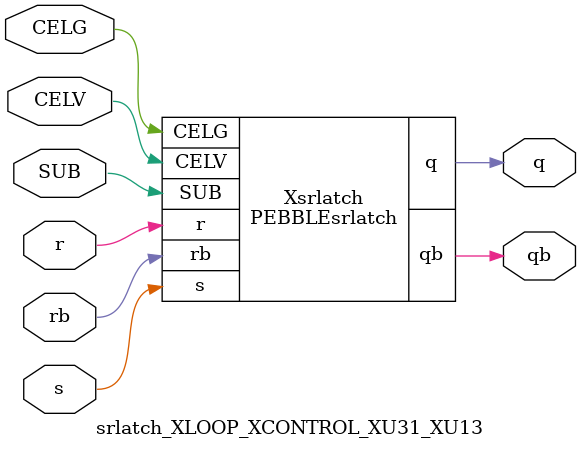
<source format=v>



module PEBBLEsrlatch ( q, qb, CELG, CELV, SUB, r, rb, s );

  input CELV;
  input s;
  output q;
  input rb;
  input r;
  input SUB;
  input CELG;
  output qb;
endmodule

//Celera Confidential Do Not Copy srlatch_XLOOP_XCONTROL_XU31_XU13
//Celera Confidential Symbol Generator
//SR Latch
module srlatch_XLOOP_XCONTROL_XU31_XU13 (CELV,CELG,s,r,rb,q,qb,SUB);
input CELV;
input CELG;
input s;
input r;
input rb;
input SUB;
output q;
output qb;

//Celera Confidential Do Not Copy srlatch
PEBBLEsrlatch Xsrlatch(
.CELV (CELV),
.r (r),
.s (s),
.q (q),
.qb (qb),
.rb (rb),
.SUB (SUB),
.CELG (CELG)
);
//,diesize,PEBBLEsrlatch

//Celera Confidential Do Not Copy Module End
//Celera Schematic Generator
endmodule

</source>
